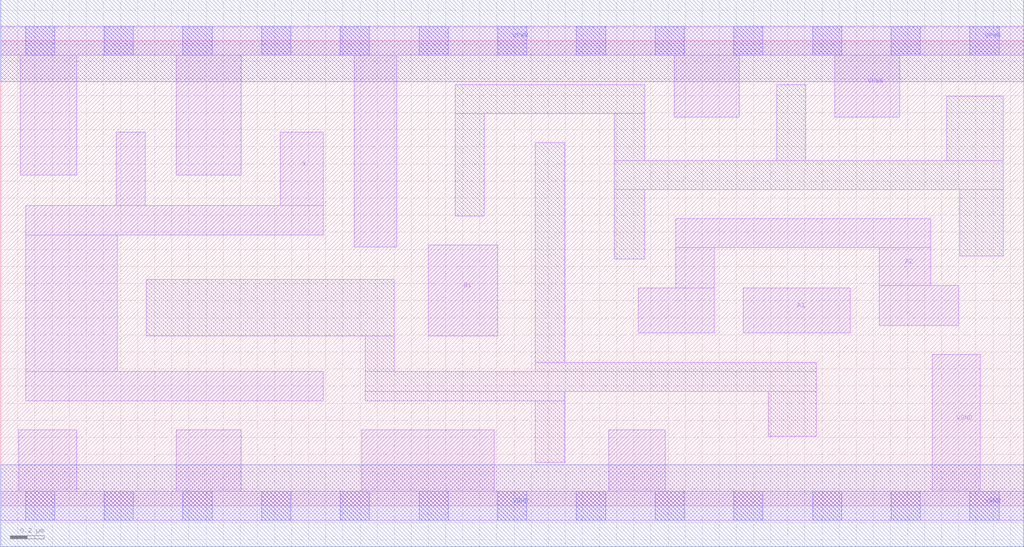
<source format=lef>
# Copyright 2020 The SkyWater PDK Authors
#
# Licensed under the Apache License, Version 2.0 (the "License");
# you may not use this file except in compliance with the License.
# You may obtain a copy of the License at
#
#     https://www.apache.org/licenses/LICENSE-2.0
#
# Unless required by applicable law or agreed to in writing, software
# distributed under the License is distributed on an "AS IS" BASIS,
# WITHOUT WARRANTIES OR CONDITIONS OF ANY KIND, either express or implied.
# See the License for the specific language governing permissions and
# limitations under the License.
#
# SPDX-License-Identifier: Apache-2.0

VERSION 5.7 ;
  NAMESCASESENSITIVE ON ;
  NOWIREEXTENSIONATPIN ON ;
  DIVIDERCHAR "/" ;
  BUSBITCHARS "[]" ;
UNITS
  DATABASE MICRONS 200 ;
END UNITS
PROPERTYDEFINITIONS
  MACRO maskLayoutSubType STRING ;
  MACRO prCellType STRING ;
  MACRO originalViewName STRING ;
END PROPERTYDEFINITIONS
MACRO sky130_fd_sc_hdll__a21o_4
  CLASS CORE ;
  FOREIGN sky130_fd_sc_hdll__a21o_4 ;
  ORIGIN  0.000000  0.000000 ;
  SIZE  5.980000 BY  2.720000 ;
  SYMMETRY X Y R90 ;
  SITE unithd ;
  PIN A1
    ANTENNAGATEAREA  0.555000 ;
    DIRECTION INPUT ;
    USE SIGNAL ;
    PORT
      LAYER li1 ;
        RECT 4.340000 1.010000 4.965000 1.275000 ;
    END
  END A1
  PIN A2
    ANTENNAGATEAREA  0.555000 ;
    DIRECTION INPUT ;
    USE SIGNAL ;
    PORT
      LAYER li1 ;
        RECT 3.725000 1.010000 4.170000 1.275000 ;
        RECT 3.945000 1.275000 4.170000 1.510000 ;
        RECT 3.945000 1.510000 5.435000 1.680000 ;
        RECT 5.135000 1.055000 5.600000 1.290000 ;
        RECT 5.135000 1.290000 5.435000 1.510000 ;
    END
  END A2
  PIN B1
    ANTENNAGATEAREA  0.555000 ;
    DIRECTION INPUT ;
    USE SIGNAL ;
    PORT
      LAYER li1 ;
        RECT 2.500000 0.995000 2.905000 1.525000 ;
    END
  END B1
  PIN VGND
    ANTENNADIFFAREA  1.365000 ;
    DIRECTION INOUT ;
    USE SIGNAL ;
    PORT
      LAYER li1 ;
        RECT 0.000000 -0.085000 5.980000 0.085000 ;
        RECT 0.105000  0.085000 0.445000 0.445000 ;
        RECT 1.025000  0.085000 1.405000 0.445000 ;
        RECT 2.110000  0.085000 2.885000 0.445000 ;
        RECT 3.555000  0.085000 3.885000 0.445000 ;
        RECT 5.445000  0.085000 5.725000 0.885000 ;
      LAYER mcon ;
        RECT 0.145000 -0.085000 0.315000 0.085000 ;
        RECT 0.605000 -0.085000 0.775000 0.085000 ;
        RECT 1.065000 -0.085000 1.235000 0.085000 ;
        RECT 1.525000 -0.085000 1.695000 0.085000 ;
        RECT 1.985000 -0.085000 2.155000 0.085000 ;
        RECT 2.445000 -0.085000 2.615000 0.085000 ;
        RECT 2.905000 -0.085000 3.075000 0.085000 ;
        RECT 3.365000 -0.085000 3.535000 0.085000 ;
        RECT 3.825000 -0.085000 3.995000 0.085000 ;
        RECT 4.285000 -0.085000 4.455000 0.085000 ;
        RECT 4.745000 -0.085000 4.915000 0.085000 ;
        RECT 5.205000 -0.085000 5.375000 0.085000 ;
        RECT 5.665000 -0.085000 5.835000 0.085000 ;
      LAYER met1 ;
        RECT 0.000000 -0.240000 5.980000 0.240000 ;
    END
  END VGND
  PIN VPWR
    ANTENNADIFFAREA  1.470000 ;
    DIRECTION INOUT ;
    USE SIGNAL ;
    PORT
      LAYER li1 ;
        RECT 0.000000 2.635000 5.980000 2.805000 ;
        RECT 0.115000 1.935000 0.445000 2.635000 ;
        RECT 1.025000 1.935000 1.405000 2.635000 ;
        RECT 2.065000 1.515000 2.315000 2.635000 ;
        RECT 3.935000 2.275000 4.315000 2.635000 ;
        RECT 4.875000 2.275000 5.255000 2.635000 ;
      LAYER mcon ;
        RECT 0.145000 2.635000 0.315000 2.805000 ;
        RECT 0.605000 2.635000 0.775000 2.805000 ;
        RECT 1.065000 2.635000 1.235000 2.805000 ;
        RECT 1.525000 2.635000 1.695000 2.805000 ;
        RECT 1.985000 2.635000 2.155000 2.805000 ;
        RECT 2.445000 2.635000 2.615000 2.805000 ;
        RECT 2.905000 2.635000 3.075000 2.805000 ;
        RECT 3.365000 2.635000 3.535000 2.805000 ;
        RECT 3.825000 2.635000 3.995000 2.805000 ;
        RECT 4.285000 2.635000 4.455000 2.805000 ;
        RECT 4.745000 2.635000 4.915000 2.805000 ;
        RECT 5.205000 2.635000 5.375000 2.805000 ;
        RECT 5.665000 2.635000 5.835000 2.805000 ;
      LAYER met1 ;
        RECT 0.000000 2.480000 5.980000 2.960000 ;
    END
  END VPWR
  PIN X
    ANTENNADIFFAREA  1.029000 ;
    DIRECTION OUTPUT ;
    USE SIGNAL ;
    PORT
      LAYER li1 ;
        RECT 0.145000 0.615000 1.885000 0.785000 ;
        RECT 0.145000 0.785000 0.680000 1.585000 ;
        RECT 0.145000 1.585000 1.885000 1.755000 ;
        RECT 0.675000 1.755000 0.845000 2.185000 ;
        RECT 1.635000 1.755000 1.885000 2.185000 ;
    END
  END X
  OBS
    LAYER li1 ;
      RECT 0.850000 0.995000 2.300000 1.325000 ;
      RECT 2.130000 0.615000 3.295000 0.670000 ;
      RECT 2.130000 0.670000 4.765000 0.785000 ;
      RECT 2.130000 0.785000 2.300000 0.995000 ;
      RECT 2.655000 1.695000 2.825000 2.295000 ;
      RECT 2.655000 2.295000 3.765000 2.465000 ;
      RECT 3.125000 0.255000 3.295000 0.615000 ;
      RECT 3.125000 0.785000 4.765000 0.840000 ;
      RECT 3.125000 0.840000 3.295000 2.125000 ;
      RECT 3.585000 1.445000 3.765000 1.850000 ;
      RECT 3.585000 1.850000 5.860000 2.020000 ;
      RECT 3.585000 2.020000 3.765000 2.295000 ;
      RECT 4.485000 0.405000 4.765000 0.670000 ;
      RECT 4.535000 2.020000 4.705000 2.465000 ;
      RECT 5.530000 2.020000 5.860000 2.395000 ;
      RECT 5.605000 1.460000 5.860000 1.850000 ;
  END
  PROPERTY maskLayoutSubType "abstract" ;
  PROPERTY prCellType "standard" ;
  PROPERTY originalViewName "layout" ;
END sky130_fd_sc_hdll__a21o_4

</source>
